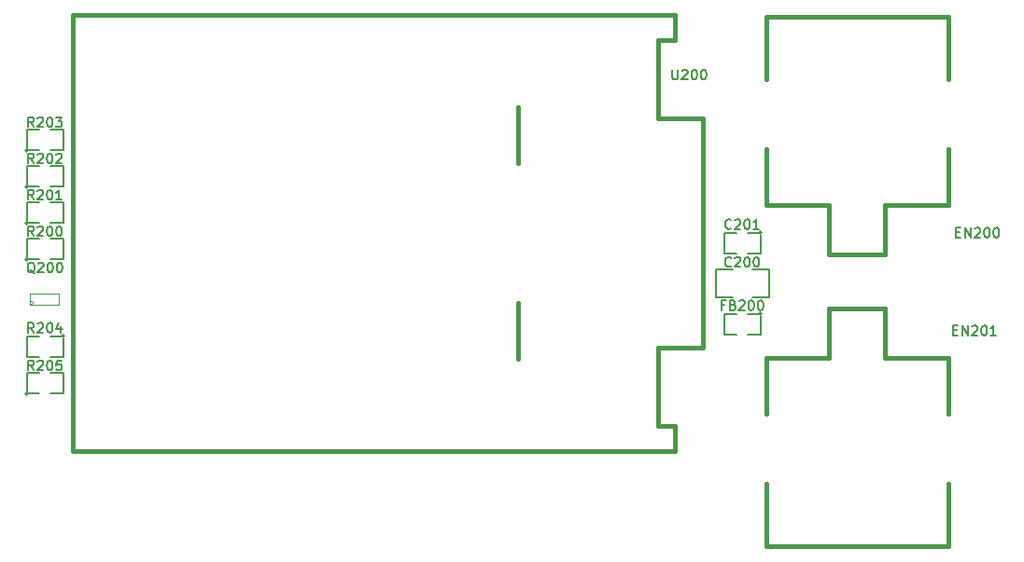
<source format=gto>
G04 (created by PCBNEW (2013-03-19 BZR 4004)-stable) date 7/29/2015 1:15:23 PM*
%MOIN*%
G04 Gerber Fmt 3.4, Leading zero omitted, Abs format*
%FSLAX34Y34*%
G01*
G70*
G90*
G04 APERTURE LIST*
%ADD10C,0.007*%
%ADD11C,0.015*%
%ADD12C,0.0031*%
%ADD13C,0.006*%
%ADD14C,0.005*%
%ADD15C,0.1*%
%ADD16C,0.18*%
%ADD17R,0.0315X0.0394*%
%ADD18O,0.15X0.015*%
%ADD19C,0.08*%
%ADD20R,0.06X0.06*%
%ADD21C,0.06*%
%ADD22R,0.035X0.055*%
%ADD23R,0.05X0.08*%
G04 APERTURE END LIST*
G54D10*
G54D11*
X27100Y-4900D02*
X27100Y-6900D01*
X27100Y-6900D02*
X29350Y-6900D01*
X29350Y-6900D02*
X29350Y-8650D01*
X29350Y-8650D02*
X31350Y-8650D01*
X31350Y-8650D02*
X31350Y-6900D01*
X31350Y-6900D02*
X33600Y-6900D01*
X33600Y-6900D02*
X33600Y-4900D01*
X27100Y-2400D02*
X27100Y-150D01*
X27100Y-150D02*
X33600Y-150D01*
X33600Y-150D02*
X33600Y-2400D01*
G54D12*
X949Y-10388D02*
G75*
G03X949Y-10388I-62J0D01*
G74*
G01*
X1850Y-10050D02*
X1850Y-10450D01*
X825Y-10050D02*
X825Y-10450D01*
X1850Y-10450D02*
X825Y-10450D01*
X825Y-10050D02*
X1850Y-10050D01*
G54D11*
X33600Y-14350D02*
X33600Y-12350D01*
X33600Y-12350D02*
X31350Y-12350D01*
X31350Y-12350D02*
X31350Y-10600D01*
X31350Y-10600D02*
X29350Y-10600D01*
X29350Y-10600D02*
X29350Y-12350D01*
X29350Y-12350D02*
X27100Y-12350D01*
X27100Y-12350D02*
X27100Y-14350D01*
X33600Y-16850D02*
X33600Y-19100D01*
X33600Y-19100D02*
X27100Y-19100D01*
X27100Y-19100D02*
X27100Y-16850D01*
X18250Y-10400D02*
X18250Y-12400D01*
X18250Y-5400D02*
X18250Y-3400D01*
X24850Y-12000D02*
X24850Y-3800D01*
X23250Y-3800D02*
X24850Y-3800D01*
X23250Y-12000D02*
X24850Y-12000D01*
X23250Y-1000D02*
X23250Y-3800D01*
X23250Y-14800D02*
X23250Y-12000D01*
X23850Y-1000D02*
X23250Y-1000D01*
X23850Y-14800D02*
X23250Y-14800D01*
X23850Y-100D02*
X23850Y-1000D01*
X23850Y-15700D02*
X23850Y-14800D01*
X2350Y-15700D02*
X23850Y-15700D01*
X2350Y-100D02*
X23850Y-100D01*
X2350Y-15700D02*
X2350Y-100D01*
G54D13*
X26955Y-7875D02*
G75*
G03X26955Y-7875I-55J0D01*
G74*
G01*
X26450Y-7875D02*
X26850Y-7875D01*
X26900Y-7950D02*
X26900Y-8620D01*
X26900Y-8620D02*
X26450Y-8620D01*
X26050Y-8620D02*
X25600Y-8620D01*
X25600Y-8620D02*
X25600Y-7880D01*
X25600Y-7880D02*
X26050Y-7880D01*
X26955Y-10775D02*
G75*
G03X26955Y-10775I-55J0D01*
G74*
G01*
X26450Y-10775D02*
X26850Y-10775D01*
X26900Y-10850D02*
X26900Y-11520D01*
X26900Y-11520D02*
X26450Y-11520D01*
X26050Y-11520D02*
X25600Y-11520D01*
X25600Y-11520D02*
X25600Y-10780D01*
X25600Y-10780D02*
X26050Y-10780D01*
X755Y-13625D02*
G75*
G03X755Y-13625I-55J0D01*
G74*
G01*
X1150Y-13625D02*
X750Y-13625D01*
X700Y-13550D02*
X700Y-12880D01*
X700Y-12880D02*
X1150Y-12880D01*
X1550Y-12880D02*
X2000Y-12880D01*
X2000Y-12880D02*
X2000Y-13620D01*
X2000Y-13620D02*
X1550Y-13620D01*
X2055Y-11575D02*
G75*
G03X2055Y-11575I-55J0D01*
G74*
G01*
X1550Y-11575D02*
X1950Y-11575D01*
X2000Y-11650D02*
X2000Y-12320D01*
X2000Y-12320D02*
X1550Y-12320D01*
X1150Y-12320D02*
X700Y-12320D01*
X700Y-12320D02*
X700Y-11580D01*
X700Y-11580D02*
X1150Y-11580D01*
X755Y-8825D02*
G75*
G03X755Y-8825I-55J0D01*
G74*
G01*
X1150Y-8825D02*
X750Y-8825D01*
X700Y-8750D02*
X700Y-8080D01*
X700Y-8080D02*
X1150Y-8080D01*
X1550Y-8080D02*
X2000Y-8080D01*
X2000Y-8080D02*
X2000Y-8820D01*
X2000Y-8820D02*
X1550Y-8820D01*
X755Y-7525D02*
G75*
G03X755Y-7525I-55J0D01*
G74*
G01*
X1150Y-7525D02*
X750Y-7525D01*
X700Y-7450D02*
X700Y-6780D01*
X700Y-6780D02*
X1150Y-6780D01*
X1550Y-6780D02*
X2000Y-6780D01*
X2000Y-6780D02*
X2000Y-7520D01*
X2000Y-7520D02*
X1550Y-7520D01*
X755Y-6225D02*
G75*
G03X755Y-6225I-55J0D01*
G74*
G01*
X1150Y-6225D02*
X750Y-6225D01*
X700Y-6150D02*
X700Y-5480D01*
X700Y-5480D02*
X1150Y-5480D01*
X1550Y-5480D02*
X2000Y-5480D01*
X2000Y-5480D02*
X2000Y-6220D01*
X2000Y-6220D02*
X1550Y-6220D01*
X755Y-4925D02*
G75*
G03X755Y-4925I-55J0D01*
G74*
G01*
X1150Y-4925D02*
X750Y-4925D01*
X700Y-4850D02*
X700Y-4180D01*
X700Y-4180D02*
X1150Y-4180D01*
X1550Y-4180D02*
X2000Y-4180D01*
X2000Y-4180D02*
X2000Y-4920D01*
X2000Y-4920D02*
X1550Y-4920D01*
G54D14*
X27200Y-10200D02*
X27200Y-9200D01*
X27200Y-9200D02*
X26600Y-9200D01*
X25900Y-10200D02*
X25300Y-10200D01*
X25300Y-10200D02*
X25300Y-9200D01*
X25300Y-9200D02*
X25900Y-9200D01*
X26600Y-10200D02*
X27200Y-10200D01*
G54D10*
X33891Y-7858D02*
X34008Y-7858D01*
X34058Y-8041D02*
X33891Y-8041D01*
X33891Y-7691D01*
X34058Y-7691D01*
X34208Y-8041D02*
X34208Y-7691D01*
X34408Y-8041D01*
X34408Y-7691D01*
X34558Y-7725D02*
X34575Y-7708D01*
X34608Y-7691D01*
X34691Y-7691D01*
X34725Y-7708D01*
X34741Y-7725D01*
X34758Y-7758D01*
X34758Y-7791D01*
X34741Y-7841D01*
X34541Y-8041D01*
X34758Y-8041D01*
X34975Y-7691D02*
X35008Y-7691D01*
X35041Y-7708D01*
X35058Y-7725D01*
X35075Y-7758D01*
X35091Y-7825D01*
X35091Y-7908D01*
X35075Y-7975D01*
X35058Y-8008D01*
X35041Y-8025D01*
X35008Y-8041D01*
X34975Y-8041D01*
X34941Y-8025D01*
X34925Y-8008D01*
X34908Y-7975D01*
X34891Y-7908D01*
X34891Y-7825D01*
X34908Y-7758D01*
X34925Y-7725D01*
X34941Y-7708D01*
X34975Y-7691D01*
X35308Y-7691D02*
X35341Y-7691D01*
X35375Y-7708D01*
X35391Y-7725D01*
X35408Y-7758D01*
X35425Y-7825D01*
X35425Y-7908D01*
X35408Y-7975D01*
X35391Y-8008D01*
X35375Y-8025D01*
X35341Y-8041D01*
X35308Y-8041D01*
X35275Y-8025D01*
X35258Y-8008D01*
X35241Y-7975D01*
X35225Y-7908D01*
X35225Y-7825D01*
X35241Y-7758D01*
X35258Y-7725D01*
X35275Y-7708D01*
X35308Y-7691D01*
X983Y-9325D02*
X950Y-9308D01*
X916Y-9275D01*
X866Y-9225D01*
X833Y-9208D01*
X800Y-9208D01*
X816Y-9291D02*
X783Y-9275D01*
X750Y-9241D01*
X733Y-9175D01*
X733Y-9058D01*
X750Y-8991D01*
X783Y-8958D01*
X816Y-8941D01*
X883Y-8941D01*
X916Y-8958D01*
X950Y-8991D01*
X966Y-9058D01*
X966Y-9175D01*
X950Y-9241D01*
X916Y-9275D01*
X883Y-9291D01*
X816Y-9291D01*
X1099Y-8975D02*
X1116Y-8958D01*
X1149Y-8941D01*
X1233Y-8941D01*
X1266Y-8958D01*
X1283Y-8975D01*
X1299Y-9008D01*
X1299Y-9041D01*
X1283Y-9091D01*
X1083Y-9291D01*
X1299Y-9291D01*
X1516Y-8941D02*
X1550Y-8941D01*
X1583Y-8958D01*
X1600Y-8975D01*
X1616Y-9008D01*
X1633Y-9075D01*
X1633Y-9158D01*
X1616Y-9225D01*
X1600Y-9258D01*
X1583Y-9275D01*
X1550Y-9291D01*
X1516Y-9291D01*
X1483Y-9275D01*
X1466Y-9258D01*
X1450Y-9225D01*
X1433Y-9158D01*
X1433Y-9075D01*
X1450Y-9008D01*
X1466Y-8975D01*
X1483Y-8958D01*
X1516Y-8941D01*
X1850Y-8941D02*
X1883Y-8941D01*
X1916Y-8958D01*
X1933Y-8975D01*
X1950Y-9008D01*
X1966Y-9075D01*
X1966Y-9158D01*
X1950Y-9225D01*
X1933Y-9258D01*
X1916Y-9275D01*
X1883Y-9291D01*
X1850Y-9291D01*
X1816Y-9275D01*
X1800Y-9258D01*
X1783Y-9225D01*
X1766Y-9158D01*
X1766Y-9075D01*
X1783Y-9008D01*
X1800Y-8975D01*
X1816Y-8958D01*
X1850Y-8941D01*
X33791Y-11358D02*
X33908Y-11358D01*
X33958Y-11541D02*
X33791Y-11541D01*
X33791Y-11191D01*
X33958Y-11191D01*
X34108Y-11541D02*
X34108Y-11191D01*
X34308Y-11541D01*
X34308Y-11191D01*
X34458Y-11225D02*
X34475Y-11208D01*
X34508Y-11191D01*
X34591Y-11191D01*
X34625Y-11208D01*
X34641Y-11225D01*
X34658Y-11258D01*
X34658Y-11291D01*
X34641Y-11341D01*
X34441Y-11541D01*
X34658Y-11541D01*
X34875Y-11191D02*
X34908Y-11191D01*
X34941Y-11208D01*
X34958Y-11225D01*
X34975Y-11258D01*
X34991Y-11325D01*
X34991Y-11408D01*
X34975Y-11475D01*
X34958Y-11508D01*
X34941Y-11525D01*
X34908Y-11541D01*
X34875Y-11541D01*
X34841Y-11525D01*
X34825Y-11508D01*
X34808Y-11475D01*
X34791Y-11408D01*
X34791Y-11325D01*
X34808Y-11258D01*
X34825Y-11225D01*
X34841Y-11208D01*
X34875Y-11191D01*
X35325Y-11541D02*
X35125Y-11541D01*
X35225Y-11541D02*
X35225Y-11191D01*
X35191Y-11241D01*
X35158Y-11275D01*
X35125Y-11291D01*
X23750Y-2041D02*
X23750Y-2325D01*
X23766Y-2358D01*
X23783Y-2375D01*
X23816Y-2391D01*
X23883Y-2391D01*
X23916Y-2375D01*
X23933Y-2358D01*
X23950Y-2325D01*
X23950Y-2041D01*
X24099Y-2075D02*
X24116Y-2058D01*
X24149Y-2041D01*
X24233Y-2041D01*
X24266Y-2058D01*
X24283Y-2075D01*
X24299Y-2108D01*
X24299Y-2141D01*
X24283Y-2191D01*
X24083Y-2391D01*
X24299Y-2391D01*
X24516Y-2041D02*
X24550Y-2041D01*
X24583Y-2058D01*
X24600Y-2075D01*
X24616Y-2108D01*
X24633Y-2175D01*
X24633Y-2258D01*
X24616Y-2325D01*
X24600Y-2358D01*
X24583Y-2375D01*
X24550Y-2391D01*
X24516Y-2391D01*
X24483Y-2375D01*
X24466Y-2358D01*
X24450Y-2325D01*
X24433Y-2258D01*
X24433Y-2175D01*
X24450Y-2108D01*
X24466Y-2075D01*
X24483Y-2058D01*
X24516Y-2041D01*
X24850Y-2041D02*
X24883Y-2041D01*
X24916Y-2058D01*
X24933Y-2075D01*
X24950Y-2108D01*
X24966Y-2175D01*
X24966Y-2258D01*
X24950Y-2325D01*
X24933Y-2358D01*
X24916Y-2375D01*
X24883Y-2391D01*
X24850Y-2391D01*
X24816Y-2375D01*
X24800Y-2358D01*
X24783Y-2325D01*
X24766Y-2258D01*
X24766Y-2175D01*
X24783Y-2108D01*
X24800Y-2075D01*
X24816Y-2058D01*
X24850Y-2041D01*
X25858Y-7708D02*
X25841Y-7725D01*
X25791Y-7741D01*
X25758Y-7741D01*
X25708Y-7725D01*
X25675Y-7691D01*
X25658Y-7658D01*
X25641Y-7591D01*
X25641Y-7541D01*
X25658Y-7475D01*
X25675Y-7441D01*
X25708Y-7408D01*
X25758Y-7391D01*
X25791Y-7391D01*
X25841Y-7408D01*
X25858Y-7425D01*
X25991Y-7425D02*
X26008Y-7408D01*
X26041Y-7391D01*
X26125Y-7391D01*
X26158Y-7408D01*
X26175Y-7425D01*
X26191Y-7458D01*
X26191Y-7491D01*
X26175Y-7541D01*
X25975Y-7741D01*
X26191Y-7741D01*
X26408Y-7391D02*
X26441Y-7391D01*
X26475Y-7408D01*
X26491Y-7425D01*
X26508Y-7458D01*
X26525Y-7525D01*
X26525Y-7608D01*
X26508Y-7675D01*
X26491Y-7708D01*
X26475Y-7725D01*
X26441Y-7741D01*
X26408Y-7741D01*
X26375Y-7725D01*
X26358Y-7708D01*
X26341Y-7675D01*
X26325Y-7608D01*
X26325Y-7525D01*
X26341Y-7458D01*
X26358Y-7425D01*
X26375Y-7408D01*
X26408Y-7391D01*
X26858Y-7741D02*
X26658Y-7741D01*
X26758Y-7741D02*
X26758Y-7391D01*
X26725Y-7441D01*
X26691Y-7475D01*
X26658Y-7491D01*
X25625Y-10458D02*
X25508Y-10458D01*
X25508Y-10641D02*
X25508Y-10291D01*
X25675Y-10291D01*
X25925Y-10458D02*
X25975Y-10475D01*
X25991Y-10491D01*
X26008Y-10525D01*
X26008Y-10575D01*
X25991Y-10608D01*
X25975Y-10625D01*
X25941Y-10641D01*
X25808Y-10641D01*
X25808Y-10291D01*
X25925Y-10291D01*
X25958Y-10308D01*
X25975Y-10325D01*
X25991Y-10358D01*
X25991Y-10391D01*
X25975Y-10425D01*
X25958Y-10441D01*
X25925Y-10458D01*
X25808Y-10458D01*
X26141Y-10325D02*
X26158Y-10308D01*
X26191Y-10291D01*
X26275Y-10291D01*
X26308Y-10308D01*
X26325Y-10325D01*
X26341Y-10358D01*
X26341Y-10391D01*
X26325Y-10441D01*
X26125Y-10641D01*
X26341Y-10641D01*
X26558Y-10291D02*
X26591Y-10291D01*
X26625Y-10308D01*
X26641Y-10325D01*
X26658Y-10358D01*
X26675Y-10425D01*
X26675Y-10508D01*
X26658Y-10575D01*
X26641Y-10608D01*
X26625Y-10625D01*
X26591Y-10641D01*
X26558Y-10641D01*
X26525Y-10625D01*
X26508Y-10608D01*
X26491Y-10575D01*
X26475Y-10508D01*
X26475Y-10425D01*
X26491Y-10358D01*
X26508Y-10325D01*
X26525Y-10308D01*
X26558Y-10291D01*
X26891Y-10291D02*
X26925Y-10291D01*
X26958Y-10308D01*
X26975Y-10325D01*
X26991Y-10358D01*
X27008Y-10425D01*
X27008Y-10508D01*
X26991Y-10575D01*
X26975Y-10608D01*
X26958Y-10625D01*
X26925Y-10641D01*
X26891Y-10641D01*
X26858Y-10625D01*
X26841Y-10608D01*
X26825Y-10575D01*
X26808Y-10508D01*
X26808Y-10425D01*
X26825Y-10358D01*
X26841Y-10325D01*
X26858Y-10308D01*
X26891Y-10291D01*
X958Y-12791D02*
X841Y-12625D01*
X758Y-12791D02*
X758Y-12441D01*
X891Y-12441D01*
X925Y-12458D01*
X941Y-12475D01*
X958Y-12508D01*
X958Y-12558D01*
X941Y-12591D01*
X925Y-12608D01*
X891Y-12625D01*
X758Y-12625D01*
X1091Y-12475D02*
X1108Y-12458D01*
X1141Y-12441D01*
X1225Y-12441D01*
X1258Y-12458D01*
X1275Y-12475D01*
X1291Y-12508D01*
X1291Y-12541D01*
X1275Y-12591D01*
X1075Y-12791D01*
X1291Y-12791D01*
X1508Y-12441D02*
X1541Y-12441D01*
X1575Y-12458D01*
X1591Y-12475D01*
X1608Y-12508D01*
X1625Y-12575D01*
X1625Y-12658D01*
X1608Y-12725D01*
X1591Y-12758D01*
X1575Y-12775D01*
X1541Y-12791D01*
X1508Y-12791D01*
X1475Y-12775D01*
X1458Y-12758D01*
X1441Y-12725D01*
X1425Y-12658D01*
X1425Y-12575D01*
X1441Y-12508D01*
X1458Y-12475D01*
X1475Y-12458D01*
X1508Y-12441D01*
X1941Y-12441D02*
X1775Y-12441D01*
X1758Y-12608D01*
X1775Y-12591D01*
X1808Y-12575D01*
X1891Y-12575D01*
X1925Y-12591D01*
X1941Y-12608D01*
X1958Y-12641D01*
X1958Y-12725D01*
X1941Y-12758D01*
X1925Y-12775D01*
X1891Y-12791D01*
X1808Y-12791D01*
X1775Y-12775D01*
X1758Y-12758D01*
X958Y-11441D02*
X841Y-11275D01*
X758Y-11441D02*
X758Y-11091D01*
X891Y-11091D01*
X925Y-11108D01*
X941Y-11125D01*
X958Y-11158D01*
X958Y-11208D01*
X941Y-11241D01*
X925Y-11258D01*
X891Y-11275D01*
X758Y-11275D01*
X1091Y-11125D02*
X1108Y-11108D01*
X1141Y-11091D01*
X1225Y-11091D01*
X1258Y-11108D01*
X1275Y-11125D01*
X1291Y-11158D01*
X1291Y-11191D01*
X1275Y-11241D01*
X1075Y-11441D01*
X1291Y-11441D01*
X1508Y-11091D02*
X1541Y-11091D01*
X1575Y-11108D01*
X1591Y-11125D01*
X1608Y-11158D01*
X1625Y-11225D01*
X1625Y-11308D01*
X1608Y-11375D01*
X1591Y-11408D01*
X1575Y-11425D01*
X1541Y-11441D01*
X1508Y-11441D01*
X1475Y-11425D01*
X1458Y-11408D01*
X1441Y-11375D01*
X1425Y-11308D01*
X1425Y-11225D01*
X1441Y-11158D01*
X1458Y-11125D01*
X1475Y-11108D01*
X1508Y-11091D01*
X1925Y-11208D02*
X1925Y-11441D01*
X1841Y-11075D02*
X1758Y-11325D01*
X1975Y-11325D01*
X958Y-7991D02*
X841Y-7825D01*
X758Y-7991D02*
X758Y-7641D01*
X891Y-7641D01*
X925Y-7658D01*
X941Y-7675D01*
X958Y-7708D01*
X958Y-7758D01*
X941Y-7791D01*
X925Y-7808D01*
X891Y-7825D01*
X758Y-7825D01*
X1091Y-7675D02*
X1108Y-7658D01*
X1141Y-7641D01*
X1225Y-7641D01*
X1258Y-7658D01*
X1275Y-7675D01*
X1291Y-7708D01*
X1291Y-7741D01*
X1275Y-7791D01*
X1075Y-7991D01*
X1291Y-7991D01*
X1508Y-7641D02*
X1541Y-7641D01*
X1575Y-7658D01*
X1591Y-7675D01*
X1608Y-7708D01*
X1625Y-7775D01*
X1625Y-7858D01*
X1608Y-7925D01*
X1591Y-7958D01*
X1575Y-7975D01*
X1541Y-7991D01*
X1508Y-7991D01*
X1475Y-7975D01*
X1458Y-7958D01*
X1441Y-7925D01*
X1425Y-7858D01*
X1425Y-7775D01*
X1441Y-7708D01*
X1458Y-7675D01*
X1475Y-7658D01*
X1508Y-7641D01*
X1841Y-7641D02*
X1875Y-7641D01*
X1908Y-7658D01*
X1925Y-7675D01*
X1941Y-7708D01*
X1958Y-7775D01*
X1958Y-7858D01*
X1941Y-7925D01*
X1925Y-7958D01*
X1908Y-7975D01*
X1875Y-7991D01*
X1841Y-7991D01*
X1808Y-7975D01*
X1791Y-7958D01*
X1775Y-7925D01*
X1758Y-7858D01*
X1758Y-7775D01*
X1775Y-7708D01*
X1791Y-7675D01*
X1808Y-7658D01*
X1841Y-7641D01*
X958Y-6691D02*
X841Y-6525D01*
X758Y-6691D02*
X758Y-6341D01*
X891Y-6341D01*
X925Y-6358D01*
X941Y-6375D01*
X958Y-6408D01*
X958Y-6458D01*
X941Y-6491D01*
X925Y-6508D01*
X891Y-6525D01*
X758Y-6525D01*
X1091Y-6375D02*
X1108Y-6358D01*
X1141Y-6341D01*
X1225Y-6341D01*
X1258Y-6358D01*
X1275Y-6375D01*
X1291Y-6408D01*
X1291Y-6441D01*
X1275Y-6491D01*
X1075Y-6691D01*
X1291Y-6691D01*
X1508Y-6341D02*
X1541Y-6341D01*
X1575Y-6358D01*
X1591Y-6375D01*
X1608Y-6408D01*
X1625Y-6475D01*
X1625Y-6558D01*
X1608Y-6625D01*
X1591Y-6658D01*
X1575Y-6675D01*
X1541Y-6691D01*
X1508Y-6691D01*
X1475Y-6675D01*
X1458Y-6658D01*
X1441Y-6625D01*
X1425Y-6558D01*
X1425Y-6475D01*
X1441Y-6408D01*
X1458Y-6375D01*
X1475Y-6358D01*
X1508Y-6341D01*
X1958Y-6691D02*
X1758Y-6691D01*
X1858Y-6691D02*
X1858Y-6341D01*
X1825Y-6391D01*
X1791Y-6425D01*
X1758Y-6441D01*
X958Y-5391D02*
X841Y-5225D01*
X758Y-5391D02*
X758Y-5041D01*
X891Y-5041D01*
X925Y-5058D01*
X941Y-5075D01*
X958Y-5108D01*
X958Y-5158D01*
X941Y-5191D01*
X925Y-5208D01*
X891Y-5225D01*
X758Y-5225D01*
X1091Y-5075D02*
X1108Y-5058D01*
X1141Y-5041D01*
X1225Y-5041D01*
X1258Y-5058D01*
X1275Y-5075D01*
X1291Y-5108D01*
X1291Y-5141D01*
X1275Y-5191D01*
X1075Y-5391D01*
X1291Y-5391D01*
X1508Y-5041D02*
X1541Y-5041D01*
X1575Y-5058D01*
X1591Y-5075D01*
X1608Y-5108D01*
X1625Y-5175D01*
X1625Y-5258D01*
X1608Y-5325D01*
X1591Y-5358D01*
X1575Y-5375D01*
X1541Y-5391D01*
X1508Y-5391D01*
X1475Y-5375D01*
X1458Y-5358D01*
X1441Y-5325D01*
X1425Y-5258D01*
X1425Y-5175D01*
X1441Y-5108D01*
X1458Y-5075D01*
X1475Y-5058D01*
X1508Y-5041D01*
X1758Y-5075D02*
X1775Y-5058D01*
X1808Y-5041D01*
X1891Y-5041D01*
X1925Y-5058D01*
X1941Y-5075D01*
X1958Y-5108D01*
X1958Y-5141D01*
X1941Y-5191D01*
X1741Y-5391D01*
X1958Y-5391D01*
X958Y-4091D02*
X841Y-3925D01*
X758Y-4091D02*
X758Y-3741D01*
X891Y-3741D01*
X925Y-3758D01*
X941Y-3775D01*
X958Y-3808D01*
X958Y-3858D01*
X941Y-3891D01*
X925Y-3908D01*
X891Y-3925D01*
X758Y-3925D01*
X1091Y-3775D02*
X1108Y-3758D01*
X1141Y-3741D01*
X1225Y-3741D01*
X1258Y-3758D01*
X1275Y-3775D01*
X1291Y-3808D01*
X1291Y-3841D01*
X1275Y-3891D01*
X1075Y-4091D01*
X1291Y-4091D01*
X1508Y-3741D02*
X1541Y-3741D01*
X1575Y-3758D01*
X1591Y-3775D01*
X1608Y-3808D01*
X1625Y-3875D01*
X1625Y-3958D01*
X1608Y-4025D01*
X1591Y-4058D01*
X1575Y-4075D01*
X1541Y-4091D01*
X1508Y-4091D01*
X1475Y-4075D01*
X1458Y-4058D01*
X1441Y-4025D01*
X1425Y-3958D01*
X1425Y-3875D01*
X1441Y-3808D01*
X1458Y-3775D01*
X1475Y-3758D01*
X1508Y-3741D01*
X1741Y-3741D02*
X1958Y-3741D01*
X1841Y-3875D01*
X1891Y-3875D01*
X1925Y-3891D01*
X1941Y-3908D01*
X1958Y-3941D01*
X1958Y-4025D01*
X1941Y-4058D01*
X1925Y-4075D01*
X1891Y-4091D01*
X1791Y-4091D01*
X1758Y-4075D01*
X1741Y-4058D01*
X25858Y-9058D02*
X25841Y-9075D01*
X25791Y-9091D01*
X25758Y-9091D01*
X25708Y-9075D01*
X25675Y-9041D01*
X25658Y-9008D01*
X25641Y-8941D01*
X25641Y-8891D01*
X25658Y-8825D01*
X25675Y-8791D01*
X25708Y-8758D01*
X25758Y-8741D01*
X25791Y-8741D01*
X25841Y-8758D01*
X25858Y-8775D01*
X25991Y-8775D02*
X26008Y-8758D01*
X26041Y-8741D01*
X26125Y-8741D01*
X26158Y-8758D01*
X26175Y-8775D01*
X26191Y-8808D01*
X26191Y-8841D01*
X26175Y-8891D01*
X25975Y-9091D01*
X26191Y-9091D01*
X26408Y-8741D02*
X26441Y-8741D01*
X26475Y-8758D01*
X26491Y-8775D01*
X26508Y-8808D01*
X26525Y-8875D01*
X26525Y-8958D01*
X26508Y-9025D01*
X26491Y-9058D01*
X26475Y-9075D01*
X26441Y-9091D01*
X26408Y-9091D01*
X26375Y-9075D01*
X26358Y-9058D01*
X26341Y-9025D01*
X26325Y-8958D01*
X26325Y-8875D01*
X26341Y-8808D01*
X26358Y-8775D01*
X26375Y-8758D01*
X26408Y-8741D01*
X26741Y-8741D02*
X26775Y-8741D01*
X26808Y-8758D01*
X26825Y-8775D01*
X26841Y-8808D01*
X26858Y-8875D01*
X26858Y-8958D01*
X26841Y-9025D01*
X26825Y-9058D01*
X26808Y-9075D01*
X26775Y-9091D01*
X26741Y-9091D01*
X26708Y-9075D01*
X26691Y-9058D01*
X26675Y-9025D01*
X26658Y-8958D01*
X26658Y-8875D01*
X26675Y-8808D01*
X26691Y-8775D01*
X26708Y-8758D01*
X26741Y-8741D01*
%LPC*%
G54D15*
X31300Y-900D03*
X29400Y-900D03*
X32300Y-7800D03*
X30350Y-7800D03*
G54D16*
X33250Y-3650D03*
X27450Y-3650D03*
G54D15*
X28400Y-7800D03*
G54D17*
X1350Y-9817D03*
X1725Y-10683D03*
X975Y-10683D03*
G54D15*
X29400Y-18350D03*
X31300Y-18350D03*
X28400Y-11450D03*
X30350Y-11450D03*
G54D16*
X27450Y-15600D03*
X33250Y-15600D03*
G54D15*
X32300Y-11450D03*
G54D18*
X18250Y-9950D03*
X18250Y-9635D03*
X18250Y-9319D03*
X18250Y-9004D03*
X18250Y-8688D03*
X18250Y-8373D03*
X18250Y-8058D03*
X18250Y-7742D03*
X18250Y-7427D03*
X18250Y-7112D03*
X18250Y-6796D03*
X18250Y-6481D03*
X18250Y-6165D03*
X18250Y-5850D03*
G54D19*
X22750Y-15185D03*
X22750Y-615D03*
X4440Y-615D03*
X4440Y-15185D03*
G54D20*
X17950Y-17350D03*
G54D21*
X17950Y-18350D03*
X18950Y-17350D03*
X18950Y-18350D03*
X19950Y-17350D03*
X19950Y-18350D03*
X20950Y-17350D03*
X20950Y-18350D03*
X21950Y-17350D03*
X21950Y-18350D03*
X22950Y-17350D03*
X22950Y-18350D03*
X23950Y-17350D03*
X23950Y-18350D03*
X24950Y-17350D03*
X24950Y-18350D03*
G54D22*
X26625Y-8250D03*
X25875Y-8250D03*
X26625Y-11150D03*
X25875Y-11150D03*
X975Y-13250D03*
X1725Y-13250D03*
X1725Y-11950D03*
X975Y-11950D03*
X975Y-8450D03*
X1725Y-8450D03*
X975Y-7150D03*
X1725Y-7150D03*
X975Y-5850D03*
X1725Y-5850D03*
X975Y-4550D03*
X1725Y-4550D03*
G54D23*
X26850Y-9700D03*
X25650Y-9700D03*
M02*

</source>
